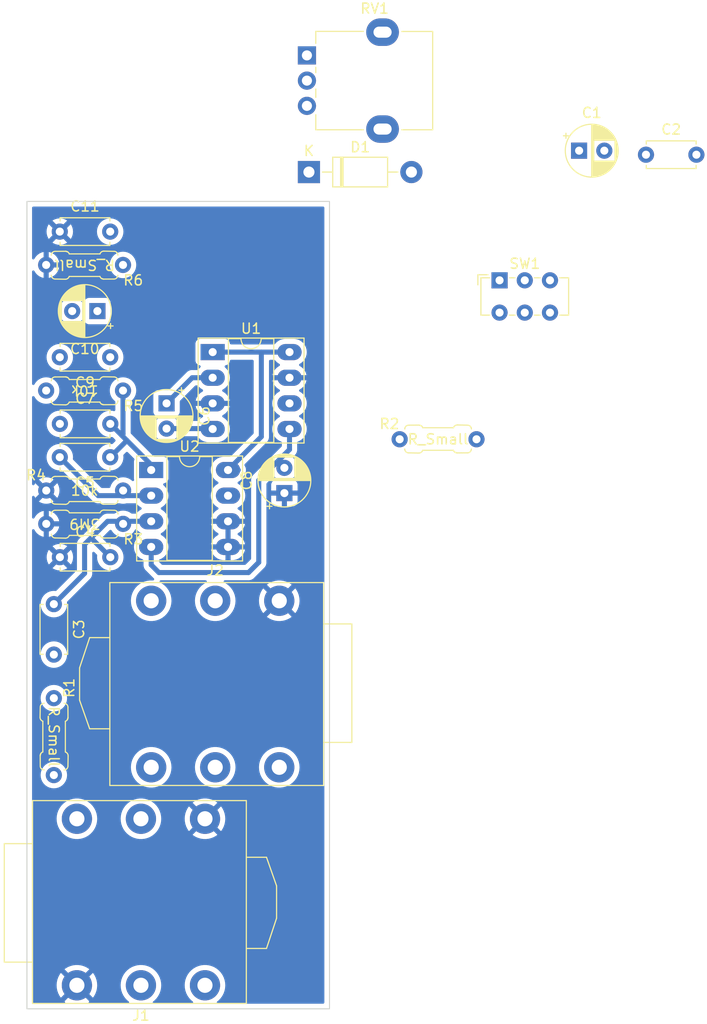
<source format=kicad_pcb>
(kicad_pcb (version 20211014) (generator pcbnew)
  (layers (0 "F.Cu" signal) (31 "B.Cu" signal) (34 "B.Paste" user) (35 "F.Paste" user) (36 "B.SilkS" user "B.Silkscreen") (37 "F.SilkS" user "F.Silkscreen") (38 "B.Mask" user) (39 "F.Mask" user) (44 "Edge.Cuts" user))
  (net 0 "")
  (net 1 "+9V")
  (net 2 "GND")
  (net 3 "Net-(C2-Pad2)")
  (net 4 "Net-(C3-Pad1)")
  (net 5 "Net-(C3-Pad2)")
  (net 6 "-9V")
  (net 8 "Net-(C6-Pad1)")
  (net 9 "Net-(C6-Pad2)")
  (net 10 "Net-(C7-Pad1)")
  (net 11 "Net-(C7-Pad2)")
  (net 12 "Net-(C10-Pad1)")
  (net 13 "Net-(C10-Pad2)")
  (net 17 "Net-(J1-PadT)")
  (net 22 "Net-(R2-Pad1)")
  (net 23 "Net-(R4-Pad2)")
  (footprint "PartsStash:Jack_6.35mm_Rean_NYS215_Horizontal" (layer "F.Cu") (at 147.32 99.568)
    (fp_text reference "J2" (at 6.35 -3) (layer "F.SilkS"))
    (fp_text value "AudioJack3_Switch")
    (pad "R" thru_hole circle (at 6.35 0) (size 3 3) (drill 1.5) (layers *.Cu *.Mask))
    (pad "RN" thru_hole circle (at 6.35 16.5) (size 3 3) (drill 1.5) (layers *.Cu *.Mask))
    (pad "S" thru_hole circle (at 12.7 0) (size 3 3) (drill 1.5) (layers *.Cu *.Mask) (net 2 "GND"))
    (pad "SN" thru_hole circle (at 12.7 16.5) (size 3 3) (drill 1.5) (layers *.Cu *.Mask))
    (pad "T" thru_hole circle (at 0 0) (size 3 3) (drill 1.5) (layers *.Cu *.Mask) (net 12 "Net-(C10-Pad1)"))
    (pad "TN" thru_hole circle (at 0 16.5) (size 3 3) (drill 1.5) (layers *.Cu *.Mask))
  )
  (footprint "Capacitor_THT:C_Disc_D4.7mm_W2.5mm_P5.00mm" (layer "F.Cu") (at 138.266 95.25)
    (fp_text reference "C4" (at 2.5 -2.5) (layer "F.SilkS"))
    (fp_text value "C_Small")
    (pad "1" thru_hole circle locked (at 0 0) (size 1.6 1.6) (drill 0.8) (layers *.Cu *.Mask) (net 2 "GND"))
    (pad "2" thru_hole circle locked (at 5 0) (size 1.6 1.6) (drill 0.8) (layers *.Cu *.Mask) (net 4 "Net-(C3-Pad1)"))
  )
  (footprint "PartsStash:R_Axial_DIN0207_L6.3mm_D2.5mm_P7.62mm_Horizontal" (layer "F.Cu") (at 144.536 91.948 180)
    (fp_text reference "R3" (at -1.016 -1.524) (layer "F.SilkS"))
    (fp_text value "3M9")
    (fp_text user "${VALUE}" (at 3.81 0 180 unlocked) (layer "F.SilkS"))
    (pad "1" thru_hole circle (at 0 0 180) (size 1.6 1.6) (drill 0.8) (layers *.Cu *.Mask) (net 4 "Net-(C3-Pad1)"))
    (pad "2" thru_hole oval (at 7.62 0 180) (size 1.6 1.6) (drill 0.8) (layers *.Cu *.Mask) (net 2 "GND"))
  )
  (footprint "Diode_THT:D_DO-41_SOD81_P10.16mm_Horizontal" (layer "F.Cu") (at 162.962225 57.092)
    (fp_text reference "D1" (at 5.08 -2.47) (layer "F.SilkS"))
    (fp_text value "1N4001")
    (fp_text user "K" (at 0 -2.1) (layer "F.SilkS"))
    (pad "1" thru_hole rect locked (at 0 0) (size 2.2 2.2) (drill 1.1) (layers *.Cu *.Mask) (net 1 "+9V"))
    (pad "2" thru_hole oval locked (at 10.16 0) (size 2.2 2.2) (drill 1.1) (layers *.Cu *.Mask) (net 2 "GND"))
  )
  (footprint "PartsStash:Jack_6.35mm_Rean_NYS215_Horizontal" (layer "F.Cu") (at 152.654 137.668 180)
    (fp_text reference "J1" (at 6.35 -3) (layer "F.SilkS"))
    (fp_text value "AudioJack3_Switch")
    (pad "R" thru_hole circle (at 6.35 0 180) (size 3 3) (drill 1.5) (layers *.Cu *.Mask))
    (pad "RN" thru_hole circle (at 6.35 16.5 180) (size 3 3) (drill 1.5) (layers *.Cu *.Mask))
    (pad "S" thru_hole circle (at 12.7 0 180) (size 3 3) (drill 1.5) (layers *.Cu *.Mask) (net 2 "GND"))
    (pad "SN" thru_hole circle (at 12.7 16.5 180) (size 3 3) (drill 1.5) (layers *.Cu *.Mask))
    (pad "T" thru_hole circle (at 0 0 180) (size 3 3) (drill 1.5) (layers *.Cu *.Mask) (net 17 "Net-(J1-PadT)"))
    (pad "TN" thru_hole circle (at 0 16.5 180) (size 3 3) (drill 1.5) (layers *.Cu *.Mask) (net 2 "GND"))
  )
  (footprint "Capacitor_THT:C_Disc_D4.7mm_W2.5mm_P5.00mm" (layer "F.Cu") (at 143.256 85.344 180)
    (fp_text reference "C5" (at 2.5 -2.5) (layer "F.SilkS"))
    (fp_text value "C_Small")
    (pad "1" thru_hole circle locked (at 0 0 180) (size 1.6 1.6) (drill 0.8) (layers *.Cu *.Mask) (net 11 "Net-(C7-Pad2)"))
    (pad "2" thru_hole circle locked (at 5 0 180) (size 1.6 1.6) (drill 0.8) (layers *.Cu *.Mask) (net 23 "Net-(R4-Pad2)"))
  )
  (footprint "PartsStash:R_Axial_DIN0207_L6.3mm_D2.5mm_P7.62mm_Horizontal" (layer "F.Cu") (at 137.668 109.22 -90)
    (fp_text reference "R1" (at -1.016 -1.524 90) (layer "F.SilkS"))
    (fp_text value "R_Small")
    (fp_text user "${VALUE}" (at 3.81 0 -90 unlocked) (layer "F.SilkS"))
    (pad "1" thru_hole circle (at 0 0 270) (size 1.6 1.6) (drill 0.8) (layers *.Cu *.Mask) (net 5 "Net-(C3-Pad2)"))
    (pad "2" thru_hole oval (at 7.62 0 270) (size 1.6 1.6) (drill 0.8) (layers *.Cu *.Mask) (net 17 "Net-(J1-PadT)"))
  )
  (footprint "Capacitor_THT:C_Disc_D4.7mm_W2.5mm_P5.00mm" (layer "F.Cu") (at 138.266 82.042)
    (fp_text reference "C7" (at 2.5 -2.5) (layer "F.SilkS"))
    (fp_text value "2n2")
    (pad "1" thru_hole circle locked (at 0 0) (size 1.6 1.6) (drill 0.8) (layers *.Cu *.Mask) (net 10 "Net-(C7-Pad1)"))
    (pad "2" thru_hole circle locked (at 5 0) (size 1.6 1.6) (drill 0.8) (layers *.Cu *.Mask) (net 11 "Net-(C7-Pad2)"))
  )
  (footprint "Button_Switch_THT:SW_E-Switch_EG1271_DPDT" (layer "F.Cu") (at 181.864 67.818)
    (fp_text reference "SW1" (at 2.5 -1.65) (layer "F.SilkS"))
    (fp_text value "SW_DPDT_x2")
    (pad "1" thru_hole rect locked (at 0 0) (size 1.6 1.6) (drill 0.8) (layers *.Cu *.Mask) (net 22 "Net-(R2-Pad1)"))
    (pad "2" thru_hole circle locked (at 2.5 0) (size 1.6 1.6) (drill 0.8) (layers *.Cu *.Mask) (net 5 "Net-(C3-Pad2)"))
    (pad "3" thru_hole circle locked (at 5 0) (size 1.6 1.6) (drill 0.8) (layers *.Cu *.Mask) (net 3 "Net-(C2-Pad2)"))
    (pad "4" thru_hole circle locked (at 0 3.2) (size 1.6 1.6) (drill 0.8) (layers *.Cu *.Mask))
    (pad "5" thru_hole circle locked (at 2.5 3.2) (size 1.6 1.6) (drill 0.8) (layers *.Cu *.Mask) (net 23 "Net-(R4-Pad2)"))
    (pad "6" thru_hole circle locked (at 5 3.2) (size 1.6 1.6) (drill 0.8) (layers *.Cu *.Mask) (net 10 "Net-(C7-Pad1)"))
  )
  (footprint "Package_DIP:DIP-8_W7.62mm_Socket_LongPads" (layer "F.Cu") (at 147.32 86.614)
    (fp_text reference "U2" (at 3.81 -2.33) (layer "F.SilkS"))
    (fp_text value "OPA2134")
    (pad "1" thru_hole rect locked (at 0 0) (size 2.4 1.6) (drill 0.8) (layers *.Cu *.Mask) (net 11 "Net-(C7-Pad2)"))
    (pad "2" thru_hole oval locked (at 0 2.54) (size 2.4 1.6) (drill 0.8) (layers *.Cu *.Mask) (net 23 "Net-(R4-Pad2)"))
    (pad "3" thru_hole oval locked (at 0 5.08) (size 2.4 1.6) (drill 0.8) (layers *.Cu *.Mask) (net 4 "Net-(C3-Pad1)"))
    (pad "4" thru_hole oval locked (at 0 7.62) (size 2.4 1.6) (drill 0.8) (layers *.Cu *.Mask) (net 6 "-9V"))
    (pad "5" thru_hole oval locked (at 7.62 7.62) (size 2.4 1.6) (drill 0.8) (layers *.Cu *.Mask) (net 2 "GND"))
    (pad "6" thru_hole oval locked (at 7.62 5.08) (size 2.4 1.6) (drill 0.8) (layers *.Cu *.Mask) (net 2 "GND"))
    (pad "7" thru_hole oval locked (at 7.62 2.54) (size 2.4 1.6) (drill 0.8) (layers *.Cu *.Mask))
    (pad "8" thru_hole oval locked (at 7.62 0) (size 2.4 1.6) (drill 0.8) (layers *.Cu *.Mask) (net 1 "+9V"))
  )
  (footprint "Capacitor_THT:CP_Radial_D5.0mm_P2.50mm" (layer "F.Cu") (at 141.986 70.866 180)
    (fp_text reference "C10" (at 1.25 -3.75) (layer "F.SilkS"))
    (fp_text value "10uF")
    (pad "1" thru_hole rect locked (at 0 0 180) (size 1.6 1.6) (drill 0.8) (layers *.Cu *.Mask) (net 12 "Net-(C10-Pad1)"))
    (pad "2" thru_hole circle locked (at 2.5 0 180) (size 1.6 1.6) (drill 0.8) (layers *.Cu *.Mask) (net 13 "Net-(C10-Pad2)"))
  )
  (footprint "Package_DIP:DIP-8_W7.62mm_Socket_LongPads" (layer "F.Cu") (at 153.416 74.93)
    (fp_text reference "U1" (at 3.81 -2.33) (layer "F.SilkS"))
    (fp_text value "MAX1044")
    (pad "1" thru_hole rect locked (at 0 0) (size 2.4 1.6) (drill 0.8) (layers *.Cu *.Mask) (net 1 "+9V"))
    (pad "2" thru_hole oval locked (at 0 2.54) (size 2.4 1.6) (drill 0.8) (layers *.Cu *.Mask) (net 8 "Net-(C6-Pad1)"))
    (pad "3" thru_hole oval locked (at 0 5.08) (size 2.4 1.6) (drill 0.8) (layers *.Cu *.Mask) (net 2 "GND"))
    (pad "4" thru_hole oval locked (at 0 7.62) (size 2.4 1.6) (drill 0.8) (layers *.Cu *.Mask) (net 9 "Net-(C6-Pad2)"))
    (pad "5" thru_hole oval locked (at 7.62 7.62) (size 2.4 1.6) (drill 0.8) (layers *.Cu *.Mask) (net 6 "-9V"))
    (pad "6" thru_hole oval locked (at 7.62 5.08) (size 2.4 1.6) (drill 0.8) (layers *.Cu *.Mask))
    (pad "7" thru_hole oval locked (at 7.62 2.54) (size 2.4 1.6) (drill 0.8) (layers *.Cu *.Mask) (net 2 "GND"))
    (pad "8" thru_hole oval locked (at 7.62 0) (size 2.4 1.6) (drill 0.8) (layers *.Cu *.Mask) (net 1 "+9V"))
  )
  (footprint "Capacitor_THT:CP_Radial_D5.0mm_P2.50mm" (layer "F.Cu") (at 189.752 54.972)
    (fp_text reference "C1" (at 1.25 -3.75) (layer "F.SilkS"))
    (fp_text value "CP_Small")
    (pad "1" thru_hole rect locked (at 0 0) (size 1.6 1.6) (drill 0.8) (layers *.Cu *.Mask) (net 1 "+9V"))
    (pad "2" thru_hole circle locked (at 2.5 0) (size 1.6 1.6) (drill 0.8) (layers *.Cu *.Mask) (net 2 "GND"))
  )
  (footprint "PartsStash:R_Axial_DIN0207_L6.3mm_D2.5mm_P7.62mm_Horizontal" (layer "F.Cu") (at 144.526 66.294 180)
    (fp_text reference "R6" (at -1.016 -1.524) (layer "F.SilkS"))
    (fp_text value "R_Small")
    (fp_text user "${VALUE}" (at 3.81 0 180 unlocked) (layer "F.SilkS"))
    (pad "1" thru_hole circle (at 0 0 180) (size 1.6 1.6) (drill 0.8) (layers *.Cu *.Mask) (net 12 "Net-(C10-Pad1)"))
    (pad "2" thru_hole oval (at 7.62 0 180) (size 1.6 1.6) (drill 0.8) (layers *.Cu *.Mask) (net 2 "GND"))
  )
  (footprint "Capacitor_THT:C_Disc_D4.7mm_W2.5mm_P5.00mm" (layer "F.Cu") (at 196.382 55.372)
    (fp_text reference "C2" (at 2.5 -2.5) (layer "F.SilkS"))
    (fp_text value "C_Small")
    (pad "1" thru_hole circle locked (at 0 0) (size 1.6 1.6) (drill 0.8) (layers *.Cu *.Mask) (net 2 "GND"))
    (pad "2" thru_hole circle locked (at 5 0) (size 1.6 1.6) (drill 0.8) (layers *.Cu *.Mask) (net 3 "Net-(C2-Pad2)"))
  )
  (footprint "Capacitor_THT:CP_Radial_D5.0mm_P2.50mm" (layer "F.Cu") (at 160.528 88.9 90)
    (fp_text reference "C8" (at 1.25 -3.75 90) (layer "F.SilkS"))
    (fp_text value "10uF")
    (pad "1" thru_hole rect locked (at 0 0 90) (size 1.6 1.6) (drill 0.8) (layers *.Cu *.Mask) (net 2 "GND"))
    (pad "2" thru_hole circle locked (at 2.5 0 90) (size 1.6 1.6) (drill 0.8) (layers *.Cu *.Mask) (net 6 "-9V"))
  )
  (footprint "Capacitor_THT:CP_Radial_D5.0mm_P2.50mm" (layer "F.Cu") (at 148.844 80.01 -90)
    (fp_text reference "C6" (at 1.25 -3.75 90) (layer "F.SilkS"))
    (fp_text value "10uF")
    (pad "1" thru_hole rect locked (at 0 0 270) (size 1.6 1.6) (drill 0.8) (layers *.Cu *.Mask) (net 8 "Net-(C6-Pad1)"))
    (pad "2" thru_hole circle locked (at 2.5 0 270) (size 1.6 1.6) (drill 0.8) (layers *.Cu *.Mask) (net 9 "Net-(C6-Pad2)"))
  )
  (footprint "PartsStash:R_Axial_DIN0207_L6.3mm_D2.5mm_P7.62mm_Horizontal" (layer "F.Cu") (at 171.958 83.566)
    (fp_text reference "R2" (at -1.016 -1.524) (layer "F.SilkS"))
    (fp_text value "R_Small")
    (fp_text user "${VALUE}" (at 3.81 0 unlocked) (layer "F.SilkS"))
    (pad "1" thru_hole circle (at 0 0) (size 1.6 1.6) (drill 0.8) (layers *.Cu *.Mask) (net 22 "Net-(R2-Pad1)"))
    (pad "2" thru_hole oval (at 7.62 0) (size 1.6 1.6) (drill 0.8) (layers *.Cu *.Mask) (net 2 "GND"))
  )
  (footprint "Capacitor_THT:C_Disc_D4.7mm_W2.5mm_P5.00mm" (layer "F.Cu") (at 137.668 99.902 -90)
    (fp_text reference "C3" (at 2.5 -2.5 90) (layer "F.SilkS"))
    (fp_text value "10n")
    (pad "1" thru_hole circle locked (at 0 0 270) (size 1.6 1.6) (drill 0.8) (layers *.Cu *.Mask) (net 4 "Net-(C3-Pad1)"))
    (pad "2" thru_hole circle locked (at 5 0 270) (size 1.6 1.6) (drill 0.8) (layers *.Cu *.Mask) (net 5 "Net-(C3-Pad2)"))
  )
  (footprint "Potentiometer_THT:Potentiometer_Alpha_RD901F-40-00D_Single_Vertical" (layer "F.Cu") (at 162.762225 45.532)
    (fp_text reference "RV1" (at 6.71 -4.64 180) (layer "F.SilkS"))
    (fp_text value "R_POT_Small")
    (pad "" thru_hole oval locked (at 7.5 -2.3 90) (size 2.72 3.24) (drill oval 1.1 1.8) (layers *.Cu *.Mask))
    (pad "" thru_hole oval locked (at 7.5 7.3 90) (size 2.72 3.24) (drill oval 1.1 1.8) (layers *.Cu *.Mask))
    (pad "1" thru_hole rect locked (at 0 0 90) (size 1.8 1.8) (drill 1) (layers *.Cu *.Mask) (net 23 "Net-(R4-Pad2)"))
    (pad "2" thru_hole circle locked (at 0 2.5 90) (size 1.8 1.8) (drill 1) (layers *.Cu *.Mask) (net 11 "Net-(C7-Pad2)"))
    (pad "3" thru_hole circle locked (at 0 5 90) (size 1.8 1.8) (drill 1) (layers *.Cu *.Mask) (net 11 "Net-(C7-Pad2)"))
  )
  (footprint "Capacitor_THT:C_Disc_D4.7mm_W2.5mm_P5.00mm" (layer "F.Cu") (at 138.256 62.992)
    (fp_text reference "C11" (at 2.5 -2.5) (layer "F.SilkS"))
    (fp_text value "C_Small")
    (pad "1" thru_hole circle locked (at 0 0) (size 1.6 1.6) (drill 0.8) (layers *.Cu *.Mask) (net 2 "GND"))
    (pad "2" thru_hole circle locked (at 5 0) (size 1.6 1.6) (drill 0.8) (layers *.Cu *.Mask) (net 12 "Net-(C10-Pad1)"))
  )
  (footprint "PartsStash:R_Axial_DIN0207_L6.3mm_D2.5mm_P7.62mm_Horizontal" (layer "F.Cu") (at 144.526 78.74 180)
    (fp_text reference "R5" (at -1.016 -1.524) (layer "F.SilkS"))
    (fp_text value "10k")
    (fp_text user "${VALUE}" (at 3.81 0 180 unlocked) (layer "F.SilkS"))
    (pad "1" thru_hole circle (at 0 0 180) (size 1.6 1.6) (drill 0.8) (layers *.Cu *.Mask) (net 11 "Net-(C7-Pad2)"))
    (pad "2" thru_hole oval (at 7.62 0 180) (size 1.6 1.6) (drill 0.8) (layers *.Cu *.Mask) (net 13 "Net-(C10-Pad2)"))
  )
  (footprint "Capacitor_THT:C_Disc_D4.7mm_W2.5mm_P5.00mm" (layer "F.Cu") (at 143.256 75.438 180)
    (fp_text reference "C9" (at 2.5 -2.5) (layer "F.SilkS"))
    (fp_text value "10n")
    (pad "1" thru_hole circle locked (at 0 0 180) (size 1.6 1.6) (drill 0.8) (layers *.Cu *.Mask) (net 12 "Net-(C10-Pad1)"))
    (pad "2" thru_hole circle locked (at 5 0 180) (size 1.6 1.6) (drill 0.8) (layers *.Cu *.Mask) (net 13 "Net-(C10-Pad2)"))
  )
  (footprint "PartsStash:R_Axial_DIN0207_L6.3mm_D2.5mm_P7.62mm_Horizontal" (layer "F.Cu") (at 136.916 88.646)
    (fp_text reference "R4" (at -1.016 -1.524) (layer "F.SilkS"))
    (fp_text value "10k")
    (fp_text user "${VALUE}" (at 3.81 0 unlocked) (layer "F.SilkS"))
    (pad "1" thru_hole circle (at 0 0) (size 1.6 1.6) (drill 0.8) (layers *.Cu *.Mask) (net 2 "GND"))
    (pad "2" thru_hole oval (at 7.62 0) (size 1.6 1.6) (drill 0.8) (layers *.Cu *.Mask) (net 23 "Net-(R4-Pad2)"))
  )
  (gr_rect (start 135 60) (end 165 140) (layer "Edge.Cuts") (width 0.1) (fill none))
  (segment (start 158.242 74.93) (end 161.036 74.93) (width 0.5) (layer "B.Cu") (net 1))
  (segment (start 154.94 86.614) (end 155.956 86.614) (width 0.5) (layer "B.Cu") (net 1))
  (segment (start 158.242 83.312) (end 158.242 74.93) (width 0.5) (layer "B.Cu") (net 1))
  (segment (start 153.416 74.93) (end 158.242 74.93) (width 0.5) (layer "B.Cu") (net 1))
  (segment (start 154.94 86.614) (end 158.242 83.312) (width 0.5) (layer "B.Cu") (net 1))
  (segment (start 140.716 96.854) (end 137.668 99.902) (width 0.5) (layer "B.Cu") (net 4))
  (segment (start 143.002 91.694) (end 141.351 93.345) (width 0.5) (layer "B.Cu") (net 4))
  (segment (start 147.32 91.694) (end 144.526 91.694) (width 0.5) (layer "B.Cu") (net 4))
  (segment (start 144.536 91.948) (end 144.536 91.704) (width 0.5) (layer "B.Cu") (net 4))
  (segment (start 143.266 95.25) (end 141.361 93.345) (width 0.5) (layer "B.Cu") (net 4))
  (segment (start 141.361 93.345) (end 141.351 93.345) (width 0.5) (layer "B.Cu") (net 4))
  (segment (start 141.351 93.345) (end 140.716 93.98) (width 0.5) (layer "B.Cu") (net 4))
  (segment (start 144.536 91.704) (end 144.526 91.694) (width 0.5) (layer "B.Cu") (net 4))
  (segment (start 140.716 93.98) (end 140.716 96.854) (width 0.5) (layer "B.Cu") (net 4))
  (segment (start 144.526 91.694) (end 143.002 91.694) (width 0.5) (layer "B.Cu") (net 4))
  (segment (start 148.082 96.774) (end 147.32 96.012) (width 0.5) (layer "B.Cu") (net 6))
  (segment (start 156.972 96.774) (end 148.082 96.774) (width 0.5) (layer "B.Cu") (net 6))
  (segment (start 157.988 87.63) (end 157.988 95.758) (width 0.5) (layer "B.Cu") (net 6))
  (segment (start 147.32 96.012) (end 147.32 94.234) (width 0.5) (layer "B.Cu") (net 6))
  (segment (start 161.036 84.582) (end 157.988 87.63) (width 0.5) (layer "B.Cu") (net 6))
  (segment (start 161.036 82.55) (end 161.036 84.582) (width 0.5) (layer "B.Cu") (net 6))
  (segment (start 157.988 95.758) (end 156.972 96.774) (width 0.5) (layer "B.Cu") (net 6))
  (segment (start 153.416 77.47) (end 151.384 77.47) (width 0.5) (layer "B.Cu") (net 8))
  (segment (start 151.384 77.47) (end 148.844 80.01) (width 0.5) (layer "B.Cu") (net 8))
  (segment (start 148.844 82.51) (end 153.376 82.51) (width 0.5) (layer "B.Cu") (net 9))
  (segment (start 153.376 82.51) (end 153.416 82.55) (width 0.5) (layer "B.Cu") (net 9))
  (segment (start 144.526 83.058) (end 144.404 83.18) (width 0.5) (layer "B.Cu") (net 11))
  (segment (start 143.256 85.344) (end 144.912 83.688) (width 0.5) (layer "B.Cu") (net 11))
  (segment (start 144.526 78.74) (end 144.526 83.058) (width 0.5) (layer "B.Cu") (net 11))
  (segment (start 147.32 86.614) (end 147.32 86.096) (width 0.5) (layer "B.Cu") (net 11))
  (segment (start 144.912 83.688) (end 144.404 83.18) (width 0.5) (layer "B.Cu") (net 11))
  (segment (start 147.32 86.096) (end 144.912 83.688) (width 0.5) (layer "B.Cu") (net 11))
  (segment (start 144.404 83.18) (end 143.266 82.042) (width 0.5) (layer "B.Cu") (net 11))
  (segment (start 147.32 89.154) (end 144.78 89.154) (width 0.5) (layer "B.Cu") (net 23))
  (segment (start 142.066 89.154) (end 138.256 85.344) (width 0.5) (layer "B.Cu") (net 23))
  (segment (start 144.536 88.91) (end 144.78 89.154) (width 0.5) (layer "B.Cu") (net 23))
  (segment (start 144.536 88.646) (end 144.536 88.91) (width 0.5) (layer "B.Cu") (net 23))
  (segment (start 144.78 89.154) (end 142.066 89.154) (width 0.5) (layer "B.Cu") (net 23))
  (zone (net 2) (net_name "GND") (layer "B.Cu") (connect_pads (clearance 0.508)) (min_thickness 0.254) (fill yes (thermal_gap 0.508) (thermal_bridge_width 0.508))
    (polygon (pts (xy 165 140) (xy 135 140) (xy 135 60) (xy 165 60)))
  )
)
</source>
